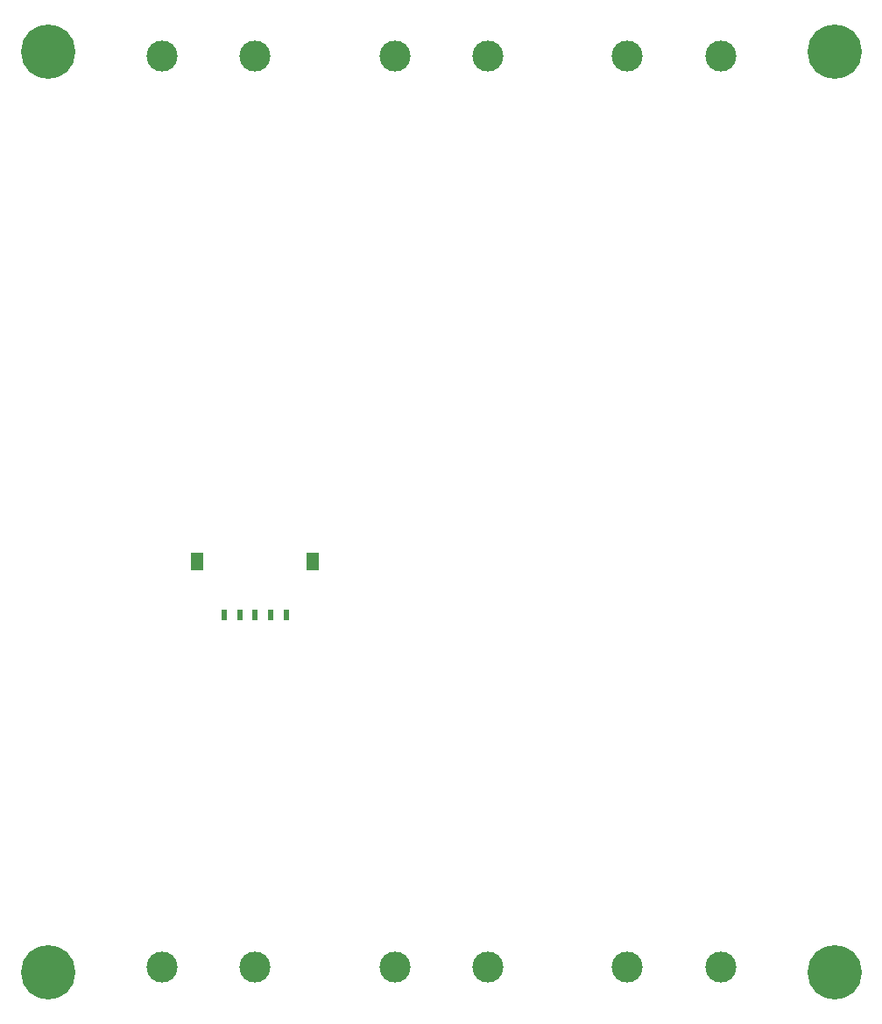
<source format=gbr>
%TF.GenerationSoftware,KiCad,Pcbnew,(5.1.10)-1*%
%TF.CreationDate,2022-06-07T20:51:06-07:00*%
%TF.ProjectId,solar-panel-NoCutout,736f6c61-722d-4706-916e-656c2d4e6f43,1.1*%
%TF.SameCoordinates,Original*%
%TF.FileFunction,Soldermask,Bot*%
%TF.FilePolarity,Negative*%
%FSLAX46Y46*%
G04 Gerber Fmt 4.6, Leading zero omitted, Abs format (unit mm)*
G04 Created by KiCad (PCBNEW (5.1.10)-1) date 2022-06-07 20:51:06*
%MOMM*%
%LPD*%
G01*
G04 APERTURE LIST*
%ADD10C,3.000000*%
%ADD11C,5.250000*%
%ADD12R,1.250000X1.800000*%
%ADD13R,0.600000X1.000000*%
G04 APERTURE END LIST*
D10*
%TO.C,SC4*%
X117500000Y-70750000D03*
X126500000Y-70750000D03*
%TD*%
D11*
%TO.C,J2*%
X106500000Y-70300000D03*
%TD*%
%TO.C,J5*%
X182500000Y-159300000D03*
%TD*%
%TO.C,J4*%
X182500000Y-70300000D03*
%TD*%
%TO.C,J3*%
X106500000Y-159300000D03*
%TD*%
D12*
%TO.C,J1*%
X132104999Y-119560000D03*
X120895001Y-119560000D03*
D13*
X129500001Y-124750000D03*
X128000001Y-124750000D03*
X126499999Y-124750000D03*
X125000000Y-124750000D03*
X123500000Y-124750000D03*
%TD*%
D10*
%TO.C,SC6*%
X171500000Y-70750000D03*
X162500000Y-70750000D03*
%TD*%
%TO.C,SC5*%
X140000000Y-70750000D03*
X149000000Y-70750000D03*
%TD*%
%TO.C,SC3*%
X117500000Y-158750000D03*
X126500000Y-158750000D03*
%TD*%
%TO.C,SC2*%
X140000000Y-158750000D03*
X149000000Y-158750000D03*
%TD*%
%TO.C,SC1*%
X162500000Y-158750000D03*
X171500000Y-158750000D03*
%TD*%
M02*

</source>
